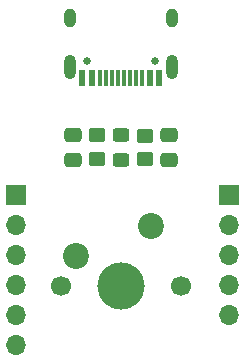
<source format=gbr>
%TF.GenerationSoftware,KiCad,Pcbnew,(6.0.4)*%
%TF.CreationDate,2022-05-01T14:08:42+08:00*%
%TF.ProjectId,OneKey,4f6e654b-6579-42e6-9b69-6361645f7063,rev?*%
%TF.SameCoordinates,Original*%
%TF.FileFunction,Soldermask,Top*%
%TF.FilePolarity,Negative*%
%FSLAX46Y46*%
G04 Gerber Fmt 4.6, Leading zero omitted, Abs format (unit mm)*
G04 Created by KiCad (PCBNEW (6.0.4)) date 2022-05-01 14:08:42*
%MOMM*%
%LPD*%
G01*
G04 APERTURE LIST*
G04 Aperture macros list*
%AMRoundRect*
0 Rectangle with rounded corners*
0 $1 Rounding radius*
0 $2 $3 $4 $5 $6 $7 $8 $9 X,Y pos of 4 corners*
0 Add a 4 corners polygon primitive as box body*
4,1,4,$2,$3,$4,$5,$6,$7,$8,$9,$2,$3,0*
0 Add four circle primitives for the rounded corners*
1,1,$1+$1,$2,$3*
1,1,$1+$1,$4,$5*
1,1,$1+$1,$6,$7*
1,1,$1+$1,$8,$9*
0 Add four rect primitives between the rounded corners*
20,1,$1+$1,$2,$3,$4,$5,0*
20,1,$1+$1,$4,$5,$6,$7,0*
20,1,$1+$1,$6,$7,$8,$9,0*
20,1,$1+$1,$8,$9,$2,$3,0*%
G04 Aperture macros list end*
%ADD10RoundRect,0.250000X-0.475000X0.337500X-0.475000X-0.337500X0.475000X-0.337500X0.475000X0.337500X0*%
%ADD11C,4.000000*%
%ADD12C,1.700000*%
%ADD13C,2.200000*%
%ADD14R,1.700000X1.700000*%
%ADD15O,1.700000X1.700000*%
%ADD16RoundRect,0.250000X0.450000X-0.350000X0.450000X0.350000X-0.450000X0.350000X-0.450000X-0.350000X0*%
%ADD17RoundRect,0.250000X-0.450000X0.325000X-0.450000X-0.325000X0.450000X-0.325000X0.450000X0.325000X0*%
%ADD18RoundRect,0.250000X-0.450000X0.350000X-0.450000X-0.350000X0.450000X-0.350000X0.450000X0.350000X0*%
%ADD19C,0.650000*%
%ADD20R,0.600000X1.450000*%
%ADD21R,0.300000X1.450000*%
%ADD22O,1.000000X1.600000*%
%ADD23O,1.000000X2.100000*%
G04 APERTURE END LIST*
D10*
%TO.C,0.1u*%
X153416000Y-87884000D03*
X153416000Y-89959000D03*
%TD*%
D11*
%TO.C,SW1*%
X149352000Y-100663000D03*
D12*
X144272000Y-100663000D03*
X154432000Y-100663000D03*
D13*
X151892000Y-95583000D03*
X145542000Y-98123000D03*
%TD*%
D14*
%TO.C,J3*%
X158496000Y-92964000D03*
D15*
X158496000Y-95504000D03*
X158496000Y-98044000D03*
X158496000Y-100584000D03*
X158496000Y-103124000D03*
%TD*%
D16*
%TO.C,1.5K*%
X151384000Y-89921500D03*
X151384000Y-87921500D03*
%TD*%
D10*
%TO.C,0.1u*%
X145288000Y-87862500D03*
X145288000Y-89937500D03*
%TD*%
D17*
%TO.C,D1*%
X149352000Y-87896500D03*
X149352000Y-89946500D03*
%TD*%
D14*
%TO.C,J2*%
X140462000Y-92964000D03*
D15*
X140462000Y-95504000D03*
X140462000Y-98044000D03*
X140462000Y-100584000D03*
X140462000Y-103124000D03*
X140462000Y-105664000D03*
%TD*%
D18*
%TO.C,10K*%
X147320000Y-87900000D03*
X147320000Y-89900000D03*
%TD*%
D19*
%TO.C,J1*%
X146462000Y-81594000D03*
X152242000Y-81594000D03*
D20*
X152602000Y-83039000D03*
X151802000Y-83039000D03*
D21*
X150602000Y-83039000D03*
X149602000Y-83039000D03*
X149102000Y-83039000D03*
X148102000Y-83039000D03*
D20*
X146902000Y-83039000D03*
X146102000Y-83039000D03*
X146102000Y-83039000D03*
X146902000Y-83039000D03*
D21*
X147602000Y-83039000D03*
X148602000Y-83039000D03*
X150102000Y-83039000D03*
X151102000Y-83039000D03*
D20*
X151802000Y-83039000D03*
X152602000Y-83039000D03*
D22*
X145032000Y-77944000D03*
D23*
X153672000Y-82124000D03*
D22*
X153672000Y-77944000D03*
D23*
X145032000Y-82124000D03*
%TD*%
M02*

</source>
